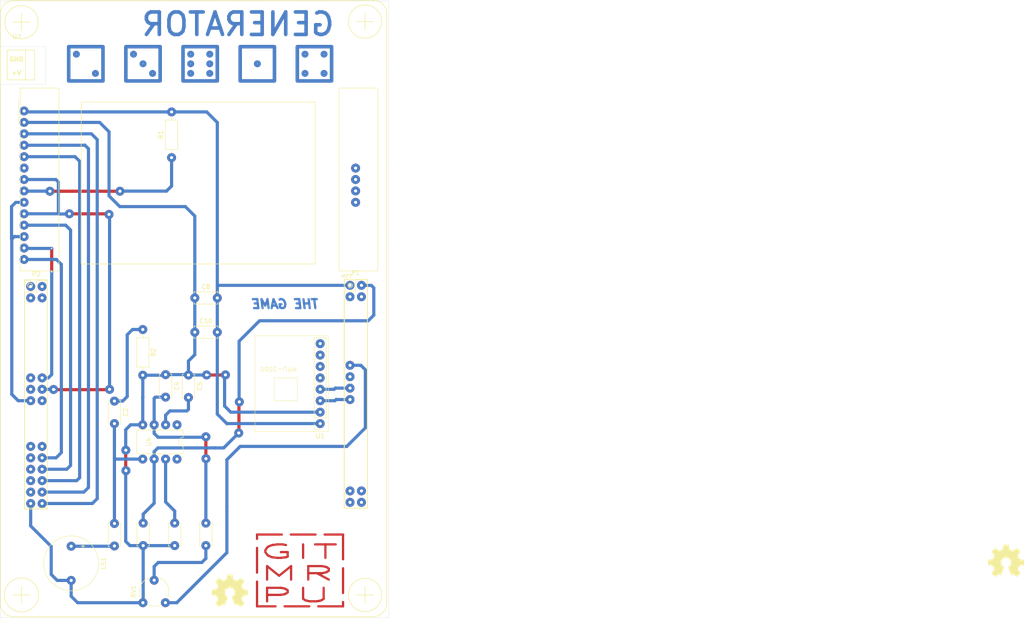
<source format=kicad_pcb>
(kicad_pcb (version 20240108) (generator "pcbnew") (generator_version "8.0")
  (title_block (title "GENERATOR PCB") (date "31/10/2024") (rev "1.0"))
  (layers (0 "F.Cu" signal) (31 "B.Cu" signal) (34 "B.Paste" user) (35 "F.Paste" user) (36 "B.SilkS" user "B.Silkscreen") (37 "F.SilkS" user "F.Silkscreen") (38 "B.Mask" user) (39 "F.Mask" user) (44 "Edge.Cuts" user))
  (net 0 "")
  (net 1 "Net-(C1-Pad1)")
  (net 2 "Net-(C1-Pad2)")
  (net 3 "Net-(C2-Pad1)")
  (net 4 "Net-(U4-+)")
  (net 5 "Net-(C3-Pad1)")
  (net 6 "GND")
  (net 7 "Net-(U4--)")
  (net 8 "+5V")
  (net 9 "Net-(U4-BYPASS)")
  (net 11 "I2C_SCL")
  (net 13 "DAC")
  (net 14 "I2C_SDA")
  (net 23 "GPIO_7")
  (net 24 "GPIO_5")
  (net 26 "GPIO_3")
  (net 27 "SPI_MOSI")
  (net 28 "SPI_MISO")
  (net 30 "GPIO_1")
  (net 33 "SPI_SCK")
  (net 38 "+3.3V")
  (net 39 "Net-(U2-LED)")
  (net 51 "GPIO_8")
  (footprint "" (layer "F.Cu") (at 64.402013 75.328764)
    (property "Reference" "" (at 0 0 0) (layer "F.SilkS") (effects (font (size 1.27 1.27))))
    (property "Value" "")
    (pad "" thru_hole circle (at 0 0 90) (size 2 2) (drill 0.7) (layers "*.Cu" "*.Mask"))
  )
  (footprint "Potentiometer_THT:Potentiometer_Piher_PT-6-V_Vertical" (layer "F.Cu") (at 90.070452 166.835073 90)
    (property "Reference" "RV1" (at 2.5 -7.06 90) (layer "F.SilkS"))
    (property "Value" "10k")
    (pad "1" thru_hole circle (at 0 0 90) (size 2 2) (drill 0.7) (layers "*.Cu" "*.Mask") (net 13 "DAC"))
    (pad "2" thru_hole circle (at 5 -2.5 90) (size 2 2) (drill 0.7) (layers "*.Cu" "*.Mask") (net 5 "Net-(C3-Pad1)"))
    (pad "3" thru_hole circle (at 0 -5 90) (size 2 2) (drill 0.7) (layers "*.Cu" "*.Mask") (net 6 "GND"))
  )
  (footprint "Capacitor_THT:C_Disc_D5.0mm_W2.5mm_P5.00mm" (layer "F.Cu") (at 85.130452 154.135073 90)
    (property "Reference" "C6" (hide yes))
    (property "Value" "100 nF")
    (pad "1" thru_hole circle (at 0 0 90) (size 2 2) (drill 0.7) (layers "*.Cu" "*.Mask") (net 6 "GND"))
    (pad "2" thru_hole circle (at 5 0 90) (size 2 2) (drill 0.7) (layers "*.Cu" "*.Mask") (net 8 "+5V"))
  )
  (footprint "Buzzer_Beeper:Buzzer_12x9.5RM7.6" (layer "F.Cu") (at 69.130452 154.275073 -90)
    (property "Reference" "LS1" (at 3.8 -7.2 90) (layer "F.SilkS"))
    (property "Value" "Speaker")
    (fp_text user "+" (at -0.01 -2.54 90) (layer "F.SilkS"))
    (pad "1" thru_hole circle (at 0 0 270) (size 2 2) (drill 0.7) (layers "*.Cu" "*.Mask") (net 2 "Net-(C1-Pad2)"))
    (pad "2" thru_hole circle (at 7.6 0 270) (size 2 2) (drill 0.7) (layers "*.Cu" "*.Mask") (net 6 "GND"))
  )
  (footprint "Capacitor_THT:C_Disc_D5.0mm_W2.5mm_P5.00mm" (layer "F.Cu") (at 99.06 154.135073 90)
    (property "Reference" "C3" (hide yes))
    (property "Value" "150nF")
    (pad "1" thru_hole circle (at 0 0 90) (size 2 2) (drill 0.7) (layers "*.Cu" "*.Mask") (net 5 "Net-(C3-Pad1)"))
    (pad "2" thru_hole circle (at 5 0 90) (size 2 2) (drill 0.7) (layers "*.Cu" "*.Mask") (net 4 "Net-(U4-+)"))
  )
  (footprint "" (layer "F.Cu") (at 79.966521 75.328764)
    (property "Reference" "" (at 0 0 0) (layer "F.SilkS") (effects (font (size 1.27 1.27))))
    (property "Value" "")
    (pad "" thru_hole circle (at 0 0 90) (size 2 2) (drill 0.7) (layers "*.Cu" "*.Mask"))
  )
  (footprint "Capacitor_THT:C_Disc_D5.0mm_W2.5mm_P5.00mm" (layer "F.Cu") (at 96.6 99.06)
    (property "Reference" "C8" (at 2.5 -2.5 360) (layer "F.SilkS"))
    (property "Value" "100 nF")
    (pad "1" thru_hole circle (at 0 0) (size 2 2) (drill 0.7) (layers "*.Cu" "*.Mask") (net 6 "GND"))
    (pad "2" thru_hole circle (at 5 0) (size 2 2) (drill 0.7) (layers "*.Cu" "*.Mask") (net 38 "+3.3V"))
  )
  (footprint "Capacitor_THT:C_Disc_D5.0mm_W2.5mm_P5.00mm" (layer "F.Cu") (at 96.6 106.68)
    (property "Reference" "C10" (at 2.5 -2.5 360) (layer "F.SilkS"))
    (property "Value" "100 nF")
    (pad "1" thru_hole circle (at 0 0) (size 2 2) (drill 0.7) (layers "*.Cu" "*.Mask") (net 6 "GND"))
    (pad "2" thru_hole circle (at 5 0) (size 2 2) (drill 0.7) (layers "*.Cu" "*.Mask") (net 38 "+3.3V"))
  )
  (footprint "Capacitor_THT:C_Disc_D5.0mm_W2.5mm_P5.00mm" (layer "F.Cu") (at 90.110452 116.115073 -90)
    (property "Reference" "C4" (at 2.5 -2.5 90) (layer "F.SilkS"))
    (property "Value" "150 pF")
    (pad "1" thru_hole circle (at 0 0 270) (size 2 2) (drill 0.7) (layers "*.Cu" "*.Mask") (net 6 "GND"))
    (pad "2" thru_hole circle (at 5 0 270) (size 2 2) (drill 0.7) (layers "*.Cu" "*.Mask") (net 4 "Net-(U4-+)"))
  )
  (footprint "Puncho_Esqueleto:Logo_OSHWA" (layer "F.Cu") (at 104.387896 164.152944)
    (property "Reference" "G101" (hide yes))
    (property "Value" "Logo_OSHWA" (hide yes))
  )
  (footprint "ILI_libreria_personalizada:ILI_footprint" (layer "F.Cu") (at 53.590452 52.405073)
    (property "Reference" "U2" (at 3.47 -11.45 0) (layer "F.SilkS"))
    (property "Value" "CR2013-MI2120")
    (pad "1" thru_hole circle (at 5.08 5.08) (size 2 2) (drill 0.7) (layers "*.Cu" "*.Mask") (net 38 "+3.3V"))
    (pad "2" thru_hole circle (at 5.08 38.1) (size 2 2) (drill 0.7) (layers "*.Cu" "*.Mask") (net 30 "GPIO_1"))
    (pad "3" thru_hole circle (at 5.08 35.56) (size 2 2) (drill 0.7) (layers "*.Cu" "*.Mask") (net 28 "SPI_MISO"))
    (pad "4" thru_hole circle (at 5.08 33.02) (size 2 2) (drill 0.7) (layers "*.Cu" "*.Mask") (net 27 "SPI_MOSI"))
    (pad "5" thru_hole circle (at 5.08 30.48) (size 2 2) (drill 0.7) (layers "*.Cu" "*.Mask") (net 26 "GPIO_3"))
    (pad "6" thru_hole circle (at 5.08 27.94) (size 2 2) (drill 0.7) (layers "*.Cu" "*.Mask") (net 33 "SPI_SCK"))
    (pad "7" thru_hole circle (at 5.08 25.4) (size 2 2) (drill 0.7) (layers "*.Cu" "*.Mask") (net 27 "SPI_MOSI"))
    (pad "8" thru_hole circle (at 5.08 22.86) (size 2 2) (drill 0.7) (layers "*.Cu" "*.Mask") (net 39 "Net-(U2-LED)"))
    (pad "9" thru_hole circle (at 5.08 20.32) (size 2 2) (drill 0.7) (layers "*.Cu" "*.Mask") (net 33 "SPI_SCK"))
    (pad "10" thru_hole circle (at 5.08 17.78) (size 2 2) (drill 0.7) (layers "*.Cu" "*.Mask"))
    (pad "11" thru_hole circle (at 5.08 15.24) (size 2 2) (drill 0.7) (layers "*.Cu" "*.Mask") (net 24 "GPIO_5"))
    (pad "12" thru_hole circle (at 5.08 12.7) (size 2 2) (drill 0.7) (layers "*.Cu" "*.Mask") (net 23 "GPIO_7"))
    (pad "13" thru_hole circle (at 5.08 10.16) (size 2 2) (drill 0.7) (layers "*.Cu" "*.Mask") (net 51 "GPIO_8"))
    (pad "14" thru_hole circle (at 78.74 17.78) (size 2 2) (drill 0.7) (layers "*.Cu" "*.Mask"))
    (pad "15" thru_hole circle (at 78.74 20.32) (size 2 2) (drill 0.7) (layers "*.Cu" "*.Mask"))
    (pad "16" thru_hole circle (at 78.74 22.86) (size 2 2) (drill 0.7) (layers "*.Cu" "*.Mask"))
    (pad "17" thru_hole circle (at 78.74 25.4) (size 2 2) (drill 0.7) (layers "*.Cu" "*.Mask"))
    (pad "18" thru_hole circle (at 5.08 7.62) (size 2 2) (drill 0.7) (layers "*.Cu" "*.Mask") (net 6 "GND"))
  )
  (footprint "" (layer "F.Cu") (at 68.734645 80.344256)
    (property "Reference" "" (at 0 0 0) (layer "F.SilkS") (effects (font (size 1.27 1.27))))
    (property "Value" "")
    (pad "" thru_hole circle (at 0 0 90) (size 2 2) (drill 0.7) (layers "*.Cu" "*.Mask"))
  )
  (footprint "Capacitor_THT:C_Disc_D5.0mm_W2.5mm_P5.00mm" (layer "F.Cu") (at 92.130452 154.135073 90)
    (property "Reference" "C7" (hide yes))
    (property "Value" "10 μF")
    (pad "1" thru_hole circle (at 0 0 90) (size 2 2) (drill 0.7) (layers "*.Cu" "*.Mask") (net 6 "GND"))
    (pad "2" thru_hole circle (at 5 0 90) (size 2 2) (drill 0.7) (layers "*.Cu" "*.Mask") (net 9 "Net-(U4-BYPASS)"))
  )
  (footprint "" (layer "F.Cu") (at 99.075697 134.805308)
    (property "Reference" "" (at 0 0 0) (layer "F.SilkS") (effects (font (size 1.27 1.27))))
    (property "Value" "")
    (pad "" thru_hole circle (at 0 0 90) (size 2 2) (drill 0.7) (layers "*.Cu" "*.Mask"))
  )
  (footprint "Package_DIP:DIP-8_W7.62mm" (layer "F.Cu") (at 92.650452 127.275073 -90)
    (property "Reference" "U4" (at 3.81 6.290452 90) (layer "F.SilkS"))
    (property "Value" "LM386")
    (pad "1" thru_hole circle (at 0 0 270) (size 2 2) (drill 0.7) (layers "*.Cu" "*.Mask"))
    (pad "2" thru_hole circle (at 0 2.54 270) (size 2 2) (drill 0.7) (layers "*.Cu" "*.Mask") (net 7 "Net-(U4--)"))
    (pad "3" thru_hole circle (at 0 5.08 270) (size 2 2) (drill 0.7) (layers "*.Cu" "*.Mask") (net 4 "Net-(U4-+)"))
    (pad "4" thru_hole circle (at 0 7.62 270) (size 2 2) (drill 0.7) (layers "*.Cu" "*.Mask") (net 6 "GND"))
    (pad "5" thru_hole circle (at 7.62 7.62 270) (size 2 2) (drill 0.7) (layers "*.Cu" "*.Mask") (net 1 "Net-(C1-Pad1)"))
    (pad "6" thru_hole circle (at 7.62 5.08 270) (size 2 2) (drill 0.7) (layers "*.Cu" "*.Mask") (net 8 "+5V"))
    (pad "7" thru_hole circle (at 7.62 2.54 270) (size 2 2) (drill 0.7) (layers "*.Cu" "*.Mask") (net 9 "Net-(U4-BYPASS)"))
    (pad "8" thru_hole circle (at 7.62 0 270) (size 2 2) (drill 0.7) (layers "*.Cu" "*.Mask"))
  )
  (footprint "" (layer "F.Cu") (at 99.059999 129.938947)
    (property "Reference" "" (at 0 0 0) (layer "F.SilkS") (effects (font (size 1.27 1.27))))
    (property "Value" "")
    (pad "" thru_hole circle (at 0 0 90) (size 2 2) (drill 0.7) (layers "*.Cu" "*.Mask"))
  )
  (footprint "" (layer "F.Cu") (at 106.359908 129.086503)
    (property "Reference" "" (at 0 0 0) (layer "F.SilkS") (effects (font (size 1.27 1.27))))
    (property "Value" "")
    (pad "" thru_hole circle (at 0 0 90) (size 2 2) (drill 0.7) (layers "*.Cu" "*.Mask"))
  )
  (footprint "Puncho_Esqueleto:Logo_OSHWA" (layer "F.Cu") (at 276.86 157.48)
    (property "Reference" "G101" (hide yes))
    (property "Value" "Logo_OSHWA" (hide yes))
  )
  (footprint "Capacitor_THT:C_Disc_D5.0mm_W2.5mm_P5.00mm" (layer "F.Cu") (at 95.190452 116.195073 -90)
    (property "Reference" "C5" (at 2.5 -2.5 90) (layer "F.SilkS"))
    (property "Value" "150 nF")
    (pad "1" thru_hole circle (at 0 0 270) (size 2 2) (drill 0.7) (layers "*.Cu" "*.Mask") (net 6 "GND"))
    (pad "2" thru_hole circle (at 5 0 270) (size 2 2) (drill 0.7) (layers "*.Cu" "*.Mask") (net 7 "Net-(U4--)"))
  )
  (footprint "Capacitor_THT:C_Disc_D5.0mm_W2.5mm_P5.00mm" (layer "F.Cu") (at 78.74 149.215073 -90)
    (property "Reference" "C1" (hide yes))
    (property "Value" "47 μF")
    (pad "1" thru_hole circle (at 0 0 270) (size 2 2) (drill 0.7) (layers "*.Cu" "*.Mask") (net 1 "Net-(C1-Pad1)"))
    (pad "2" thru_hole circle (at 5 0 270) (size 2 2) (drill 0.7) (layers "*.Cu" "*.Mask") (net 2 "Net-(C1-Pad2)"))
  )
  (footprint "ILI_libreria_personalizada:MPU-3050" (layer "F.Cu") (at 124.46 127 180)
    (property "Reference" "U1" (at 0 -2.77 360) (layer "F.SilkS"))
    (property "Value" "MPU-6050")
    (fp_text user "MPU-3050" (at 5.08 12.7 180) (layer "F.SilkS") (effects (font (thickness 0.1)) (justify left bottom)))
    (pad "1" thru_hole circle (at 0 0 180) (size 2 2) (drill 0.7) (layers "*.Cu" "*.Mask") (net 38 "+3.3V"))
    (pad "2" thru_hole circle (at 0 2.54 180) (size 2 2) (drill 0.7) (layers "*.Cu" "*.Mask") (net 6 "GND"))
    (pad "3" thru_hole circle (at 0 5.08 180) (size 2 2) (drill 0.7) (layers "*.Cu" "*.Mask") (net 11 "I2C_SCL"))
    (pad "4" thru_hole circle (at 0 7.62 180) (size 2 2) (drill 0.7) (layers "*.Cu" "*.Mask") (net 14 "I2C_SDA"))
    (pad "5" thru_hole circle (at 0 10.16 180) (size 2 2) (drill 0.7) (layers "*.Cu" "*.Mask"))
    (pad "6" thru_hole circle (at 0 12.7 180) (size 2 2) (drill 0.7) (layers "*.Cu" "*.Mask"))
    (pad "7" thru_hole circle (at 0 15.24 180) (size 2 2) (drill 0.7) (layers "*.Cu" "*.Mask"))
    (pad "8" thru_hole circle (at 0 17.78 180) (size 2 2) (drill 0.7) (layers "*.Cu" "*.Mask"))
  )
  (footprint "" (layer "F.Cu") (at 106.491624 122.171167)
    (property "Reference" "" (at 0 0 0) (layer "F.SilkS") (effects (font (size 1.27 1.27))))
    (property "Value" "")
    (pad "" thru_hole circle (at 0 0 90) (size 2 2) (drill 0.7) (layers "*.Cu" "*.Mask"))
  )
  (footprint "Capacitor_THT:C_Disc_D5.0mm_W2.5mm_P5.00mm" (layer "F.Cu") (at 78.74 122 -90)
    (property "Reference" "C2" (at 2.5 -2.5 90) (layer "F.SilkS"))
    (property "Value" "47 nF")
    (pad "1" thru_hole circle (at 0 0 270) (size 2 2) (drill 0.7) (layers "*.Cu" "*.Mask") (net 3 "Net-(C2-Pad1)"))
    (pad "2" thru_hole circle (at 5 0 270) (size 2 2) (drill 0.7) (layers "*.Cu" "*.Mask") (net 1 "Net-(C1-Pad1)"))
  )
  (footprint "" (layer "F.Cu") (at 99.221311 116.180686)
    (property "Reference" "" (at 0 0 0) (layer "F.SilkS") (effects (font (size 1.27 1.27))))
    (property "Value" "")
    (pad "" thru_hole circle (at 0 0 90) (size 2 2) (drill 0.7) (layers "*.Cu" "*.Mask"))
  )
  (footprint "Connector_PinSocket_2.54mm:PinSocket_2x20_P2.54mm_Vertical" (layer "F.Cu") (at 62.670452 96.515073)
    (property "Reference" "P2" (at -1.27 -2.77 0) (layer "F.SilkS"))
    (property "Value" "CONN_20X2" (hide yes))
    (pad "1" thru_hole circle (at -2.54 0) (size 2 2) (drill 0.7) (layers "*.Cu" "*.Mask"))
    (pad "2" thru_hole circle (at 0 0) (size 2 2) (drill 0.7) (layers "*.Cu" "*.Mask"))
    (pad "3" thru_hole circle (at -2.54 2.54) (size 2 2) (drill 0.7) (layers "*.Cu" "*.Mask"))
    (pad "4" thru_hole circle (at 0 2.54) (size 2 2) (drill 0.7) (layers "*.Cu" "*.Mask"))
    (pad "17" thru_hole circle (at -2.54 20.32) (size 2 2) (drill 0.7) (layers "*.Cu" "*.Mask"))
    (pad "18" thru_hole circle (at 0 20.32) (size 2 2) (drill 0.7) (layers "*.Cu" "*.Mask") (net 28 "SPI_MISO"))
    (pad "19" thru_hole circle (at -2.54 22.86) (size 2 2) (drill 0.7) (layers "*.Cu" "*.Mask"))
    (pad "20" thru_hole circle (at 0 22.86) (size 2 2) (drill 0.7) (layers "*.Cu" "*.Mask") (net 33 "SPI_SCK"))
    (pad "21" thru_hole circle (at -2.54 25.4) (size 2 2) (drill 0.7) (layers "*.Cu" "*.Mask") (net 27 "SPI_MOSI"))
    (pad "22" thru_hole circle (at 0 25.4) (size 2 2) (drill 0.7) (layers "*.Cu" "*.Mask"))
    (pad "29" thru_hole circle (at -2.54 35.56) (size 2 2) (drill 0.7) (layers "*.Cu" "*.Mask"))
    (pad "30" thru_hole circle (at 0 35.56) (size 2 2) (drill 0.7) (layers "*.Cu" "*.Mask"))
    (pad "31" thru_hole circle (at -2.54 38.1) (size 2 2) (drill 0.7) (layers "*.Cu" "*.Mask"))
    (pad "32" thru_hole circle (at 0 38.1) (size 2 2) (drill 0.7) (layers "*.Cu" "*.Mask") (net 30 "GPIO_1"))
    (pad "33" thru_hole circle (at -2.54 40.64) (size 2 2) (drill 0.7) (layers "*.Cu" "*.Mask"))
    (pad "34" thru_hole circle (at 0 40.64) (size 2 2) (drill 0.7) (layers "*.Cu" "*.Mask") (net 26 "GPIO_3"))
    (pad "35" thru_hole circle (at -2.54 43.18) (size 2 2) (drill 0.7) (layers "*.Cu" "*.Mask"))
    (pad "36" thru_hole circle (at 0 43.18) (size 2 2) (drill 0.7) (layers "*.Cu" "*.Mask") (net 24 "GPIO_5"))
    (pad "37" thru_hole circle (at -2.54 45.72) (size 2 2) (drill 0.7) (layers "*.Cu" "*.Mask"))
    (pad "38" thru_hole circle (at 0 45.72) (size 2 2) (drill 0.7) (layers "*.Cu" "*.Mask") (net 23 "GPIO_7"))
    (pad "39" thru_hole circle (at -2.54 48.26) (size 2 2) (drill 0.7) (layers "*.Cu" "*.Mask") (net 6 "GND"))
    (pad "40" thru_hole circle (at 0 48.26) (size 2 2) (drill 0.7) (layers "*.Cu" "*.Mask") (net 51 "GPIO_8"))
  )
  (footprint "" (layer "F.Cu") (at 77.659908 119.398764)
    (property "Reference" "" (at 0 0 0) (layer "F.SilkS") (effects (font (size 1.27 1.27))))
    (property "Value" "")
    (pad "" thru_hole circle (at 0 0 90) (size 2 2) (drill 0.7) (layers "*.Cu" "*.Mask"))
  )
  (footprint "" (layer "F.Cu") (at 65.211441 119.414462)
    (property "Reference" "" (at 0 0 0) (layer "F.SilkS") (effects (font (size 1.27 1.27))))
    (property "Value" "")
    (pad "" thru_hole circle (at 0 0 90) (size 2 2) (drill 0.7) (layers "*.Cu" "*.Mask"))
  )
  (footprint "" (layer "F.Cu") (at 103.407429 116.170221)
    (property "Reference" "" (at 0 0 0) (layer "F.SilkS") (effects (font (size 1.27 1.27))))
    (property "Value" "")
    (pad "" thru_hole circle (at 0 0 90) (size 2 2) (drill 0.7) (layers "*.Cu" "*.Mask"))
  )
  (footprint "Resistor_THT:R_Axial_DIN0207_L6.3mm_D2.5mm_P10.16mm_Horizontal" (layer "F.Cu") (at 85.042717 106.081882 -90)
    (property "Reference" "R2" (at 5.08 -2.37 90) (layer "F.SilkS"))
    (property "Value" "10")
    (pad "1" thru_hole circle (at 0 0 270) (size 2 2) (drill 0.7) (layers "*.Cu" "*.Mask") (net 3 "Net-(C2-Pad1)"))
    (pad "2" thru_hole circle (at 10.16 0 270) (size 2 2) (drill 0.7) (layers "*.Cu" "*.Mask") (net 6 "GND"))
  )
  (footprint "" (layer "F.Cu") (at 81.269534 132.917223)
    (property "Reference" "" (at 0 0 0) (layer "F.SilkS") (effects (font (size 1.27 1.27))))
    (property "Value" "")
    (pad "" thru_hole circle (at 0 0 90) (size 2 2) (drill 0.7) (layers "*.Cu" "*.Mask"))
  )
  (footprint "Connector_PinSocket_2.54mm:PinSocket_2x20_P2.54mm_Vertical" (layer "F.Cu") (at 133.630452 96.255073)
    (property "Reference" "P1" (at -1.27 -2.77 0) (layer "F.SilkS"))
    (property "Value" "CONN_20X2" (hide yes))
    (pad "1" thru_hole circle (at -2.54 0) (size 2 2) (drill 0.7) (layers "*.Cu" "*.Mask") (net 38 "+3.3V"))
    (pad "2" thru_hole circle (at 0 0) (size 2 2) (drill 0.7) (layers "*.Cu" "*.Mask") (net 8 "+5V"))
    (pad "3" thru_hole circle (at -2.54 2.54) (size 2 2) (drill 0.7) (layers "*.Cu" "*.Mask"))
    (pad "4" thru_hole circle (at 0 2.54) (size 2 2) (drill 0.7) (layers "*.Cu" "*.Mask"))
    (pad "15" thru_hole circle (at -2.54 17.78) (size 2 2) (drill 0.7) (layers "*.Cu" "*.Mask") (net 13 "DAC"))
    (pad "17" thru_hole circle (at -2.54 20.32) (size 2 2) (drill 0.7) (layers "*.Cu" "*.Mask"))
    (pad "19" thru_hole circle (at -2.54 22.86) (size 2 2) (drill 0.7) (layers "*.Cu" "*.Mask") (net 14 "I2C_SDA"))
    (pad "21" thru_hole circle (at -2.54 25.4) (size 2 2) (drill 0.7) (layers "*.Cu" "*.Mask") (net 11 "I2C_SCL"))
    (pad "37" thru_hole circle (at -2.54 45.72) (size 2 2) (drill 0.7) (layers "*.Cu" "*.Mask"))
    (pad "38" thru_hole circle (at 0 45.72) (size 2 2) (drill 0.7) (layers "*.Cu" "*.Mask"))
    (pad "39" thru_hole circle (at -2.54 48.26) (size 2 2) (drill 0.7) (layers "*.Cu" "*.Mask"))
    (pad "40" thru_hole circle (at 0 48.26) (size 2 2) (drill 0.7) (layers "*.Cu" "*.Mask"))
  )
  (footprint "" (layer "F.Cu") (at 81.30093 137.469626)
    (property "Reference" "" (at 0 0 0) (layer "F.SilkS") (effects (font (size 1.27 1.27))))
    (property "Value" "")
    (pad "" thru_hole circle (at 0 0 90) (size 2 2) (drill 0.7) (layers "*.Cu" "*.Mask"))
  )
  (footprint "Resistor_THT:R_Axial_DIN0207_L6.3mm_D2.5mm_P10.16mm_Horizontal" (layer "F.Cu") (at 91.44 67.855073 90)
    (property "Reference" "R1" (at 5.08 -2.37 90) (layer "F.SilkS"))
    (property "Value" "33")
    (pad "1" thru_hole circle (at 0 0 90) (size 2 2) (drill 0.7) (layers "*.Cu" "*.Mask") (net 39 "Net-(U2-LED)"))
    (pad "2" thru_hole circle (at 10.16 0 90) (size 2 2) (drill 0.7) (layers "*.Cu" "*.Mask") (net 38 "+3.3V"))
  )
  (footprint "" (layer "F.Cu") (at 77.541189 80.485537)
    (property "Reference" "" (at 0 0 0) (layer "F.SilkS") (effects (font (size 1.27 1.27))))
    (property "Value" "")
    (pad "" thru_hole circle (at 0 0 90) (size 2 2) (drill 0.7) (layers "*.Cu" "*.Mask"))
  )
  (footprint "Puncho_Esqueleto:Plantilla_EDU-CIAA" (layer "F.Cu") (at 131.130452 96.275073)
    (property "Reference" "MP?" (at -0.762 -2.032 0) (layer "F.SilkS") (effects (font (size 0.8 0.8) (thickness 0.12))))
    (property "Value" "Plantilla_EDU-CIAA" (hide yes))
    (fp_text user "GND" (at -74.168 -50.292 0) (layer "F.SilkS") (effects (font (thickness 0.2))))
    (fp_text user "+V" (at -74.168 -47.244 0) (layer "F.SilkS") (effects (font (thickness 0.2))))
  )
  (gr_rect (start 110.430452 151.675073) (end 129.54 167.64) (stroke (width 0.5) (type dash)) (fill none) (layer "F.Cu"))
  (gr_rect (start 119.38 43.18) (end 127 50.8) (stroke (width 0.8)) (fill none) (layer "B.Cu"))
  (gr_circle (center 121.087155 49.126882) (end 121.51548 49.126882) (stroke (width 0.7)) (fill none) (layer "B.Cu"))
  (gr_circle (center 95.687155 46.99) (end 96.11548 46.99) (stroke (width 0.7)) (fill none) (layer "B.Cu"))
  (gr_circle (center 110.502882 46.99) (end 110.931207 46.99) (stroke (width 0.7)) (fill none) (layer "B.Cu"))
  (gr_rect (start 68.58 43.18) (end 76.2 50.8) (stroke (width 0.8)) (fill none) (layer "B.Cu"))
  (gr_rect (start 106.68 43.18) (end 114.3 50.8) (stroke (width 0.8)) (fill none) (layer "B.Cu"))
  (gr_circle (center 121.087155 44.853118) (end 121.51548 44.853118) (stroke (width 0.7)) (fill none) (layer "B.Cu"))
  (gr_rect (start 81.28 43.18) (end 88.9 50.8) (stroke (width 0.8)) (fill none) (layer "B.Cu"))
  (gr_circle (center 95.687155 49.126882) (end 96.11548 49.126882) (stroke (width 0.7)) (fill none) (layer "B.Cu"))
  (gr_circle (center 99.918609 44.853118) (end 100.346934 44.853118) (stroke (width 0.7)) (fill none) (layer "B.Cu"))
  (gr_rect (start 93.98 43.18) (end 101.6 50.8) (stroke (width 0.8)) (fill none) (layer "B.Cu"))
  (gr_circle (center 99.918609 46.99) (end 100.346934 46.99) (stroke (width 0.7)) (fill none) (layer "B.Cu"))
  (gr_circle (center 99.918609 49.126882) (end 100.346934 49.126882) (stroke (width 0.7)) (fill none) (layer "B.Cu"))
  (gr_circle (center 87.218609 49.126882) (end 87.646934 49.126882) (stroke (width 0.7)) (fill none) (layer "B.Cu"))
  (gr_circle (center 82.987155 44.853118) (end 83.41548 44.853118) (stroke (width 0.7)) (fill none) (layer "B.Cu"))
  (gr_circle (center 70.287155 44.853118) (end 70.71548 44.853118) (stroke (width 0.7)) (fill none) (layer "B.Cu"))
  (gr_circle (center 95.687155 44.853118) (end 96.11548 44.853118) (stroke (width 0.7)) (fill none) (layer "B.Cu"))
  (gr_circle (center 74.518609 49.126882) (end 74.946934 49.126882) (stroke (width 0.7)) (fill none) (layer "B.Cu"))
  (gr_circle (center 125.318609 44.853118) (end 125.746934 44.853118) (stroke (width 0.7)) (fill none) (layer "B.Cu"))
  (gr_circle (center 125.318609 49.126882) (end 125.746934 49.126882) (stroke (width 0.7)) (fill none) (layer "B.Cu"))
  (gr_circle (center 85.102882 46.99) (end 85.531207 46.99) (stroke (width 0.7)) (fill none) (layer "B.Cu"))
  (gr_line (start 53.355219 51.53257) (end 53.34 170.18) (stroke (width 0.05)) (layer "Edge.Cuts"))
  (gr_line (start 53.34 170.18) (end 139.7 170.18) (stroke (width 0.05)) (layer "Edge.Cuts"))
  (gr_line (start 53.34 33.02) (end 53.34 43.18) (stroke (width 0.05)) (layer "Edge.Cuts"))
  (gr_line (start 139.7 170.18) (end 139.7 33.02) (stroke (width 0.05)) (layer "Edge.Cuts"))
  (gr_line (start 63.5 43.18) (end 63.498109 51.527669) (stroke (width 0.05)) (layer "Edge.Cuts"))
  (gr_line (start 139.7 33.02) (end 53.34 33.02) (stroke (width 0.05)) (layer "Edge.Cuts"))
  (gr_line (start 53.34 43.18) (end 63.5 43.18) (stroke (width 0.05)) (layer "Edge.Cuts"))
  (gr_line (start 63.498109 51.527669) (end 53.355219 51.53257) (stroke (width 0.05)) (layer "Edge.Cuts"))
  (gr_text "GIT\nMR\nPU" (at 110.430452 166.915073 0) (layer "F.Cu") (effects (font (size 3 8) (thickness 0.5) (bold yes)) (justify left bottom)))
  (gr_text "GENERATOR" (at 128.045386 41.113758 0) (layer "B.Cu") (effects (font (size 5 5) (thickness 0.8) (bold yes)) (justify left bottom mirror)))
  (gr_text "THE GAME" (at 124.46 101.6 0) (layer "B.Cu") (effects (font (size 2 2) (thickness 0.5) (bold yes) (italic yes)) (justify left bottom mirror)))
  (segment (start 85.030452 134.895073) (end 79.015073 134.895073) (width 0.7) (layer "B.Cu") (net 1))
  (segment (start 78.74 127) (end 78.74 134.62) (width 0.7) (layer "B.Cu") (net 1))
  (segment (start 78.74 134.62) (end 78.74 149.215073) (width 0.7) (layer "B.Cu") (net 1))
  (segment (start 79.015073 134.895073) (end 78.74 134.62) (width 0.7) (layer "B.Cu") (net 1))
  (segment (start 69.130452 154.275073) (end 78.68 154.275073) (width 0.7) (layer "B.Cu") (net 2))
  (segment (start 78.68 154.275073) (end 78.74 154.215073) (width 0.7) (layer "B.Cu") (net 2))
  (segment (start 81.584027 107.248192) (end 82.750337 106.081882) (width 0.7) (layer "B.Cu") (net 3))
  (segment (start 82.750337 106.081882) (end 85.042717 106.081882) (width 0.7) (layer "B.Cu") (net 3))
  (segment (start 80.571841 122) (end 81.584027 120.987814) (width 0.7) (layer "B.Cu") (net 3))
  (segment (start 81.584027 120.987814) (end 81.584027 107.248192) (width 0.7) (layer "B.Cu") (net 3))
  (segment (start 78.74 122) (end 80.571841 122) (width 0.7) (layer "B.Cu") (net 3))
  (segment (start 99.06 130.171344) (end 98.928368 130.039712) (width 0.7) (layer "F.Cu") (net 4))
  (segment (start 99.06 134.62) (end 99.06 130.171344) (width 0.7) (layer "F.Cu") (net 4))
  (via (at 99.06 134.62) (size 0.6) (drill 0.3) (layers "F.Cu" "B.Cu") (net 4))
  (via (at 98.928368 130.039712) (size 0.6) (drill 0.3) (layers "F.Cu" "B.Cu") (net 4))
  (segment (start 88.430757 130.039712) (end 98.928368 130.039712) (width 0.7) (layer "B.Cu") (net 4))
  (segment (start 87.570452 127.275073) (end 87.570452 129.179407) (width 0.7) (layer "B.Cu") (net 4))
  (segment (start 87.570452 121.39208) (end 87.847459 121.115073) (width 0.7) (layer "B.Cu") (net 4))
  (segment (start 87.847459 121.115073) (end 90.110452 121.115073) (width 0.7) (layer "B.Cu") (net 4))
  (segment (start 99.06 149.135073) (end 99.06 134.62) (width 0.7) (layer "B.Cu") (net 4))
  (segment (start 87.640968 129.249923) (end 88.430757 130.039712) (width 0.7) (layer "B.Cu") (net 4))
  (segment (start 87.570452 129.179407) (end 87.640968 129.249923) (width 0.7) (layer "B.Cu") (net 4))
  (segment (start 87.570452 127.275073) (end 87.570452 121.39208) (width 0.7) (layer "B.Cu") (net 4))
  (segment (start 99.06 156.989428) (end 99.062437 156.991865) (width 0.7) (layer "B.Cu") (net 5))
  (segment (start 88.472197 157.888303) (end 87.570452 158.790048) (width 0.7) (layer "B.Cu") (net 5))
  (segment (start 87.570452 158.790048) (end 87.570452 161.835073) (width 0.7) (layer "B.Cu") (net 5))
  (segment (start 99.062437 156.991865) (end 98.165999 157.888303) (width 0.7) (layer "B.Cu") (net 5))
  (segment (start 98.165999 157.888303) (end 88.472197 157.888303) (width 0.7) (layer "B.Cu") (net 5))
  (segment (start 99.06 154.135073) (end 99.06 156.989428) (width 0.7) (layer "B.Cu") (net 5))
  (segment (start 81.248919 137.151467) (end 81.248919 133.005075) (width 0.7) (layer "F.Cu") (net 6))
  (segment (start 103.206378 116.195073) (end 103.218604 116.207299) (width 0.7) (layer "F.Cu") (net 6))
  (segment (start 99.660292 116.195073) (end 103.206378 116.195073) (width 0.7) (layer "F.Cu") (net 6))
  (via (at 103.218604 116.207299) (size 0.6) (drill 0.3) (layers "F.Cu" "B.Cu") (net 6))
  (via (at 99.660292 116.195073) (size 0.6) (drill 0.3) (layers "F.Cu" "B.Cu") (net 6))
  (via (at 81.248919 137.151467) (size 0.6) (drill 0.3) (layers "F.Cu" "B.Cu") (net 6))
  (via (at 81.248919 133.005075) (size 0.6) (drill 0.3) (layers "F.Cu" "B.Cu") (net 6))
  (segment (start 69.130452 161.875073) (end 69.130452 165.399381) (width 0.7) (layer "B.Cu") (net 6))
  (segment (start 85.130452 154.135073) (end 85.130452 166.775073) (width 0.7) (layer "B.Cu") (net 6))
  (segment (start 85.030452 121.195073) (end 85.042717 121.182808) (width 0.7) (layer "B.Cu") (net 6))
  (segment (start 60.130452 149.758086) (end 60.130452 144.775073) (width 0.7) (layer "B.Cu") (net 6))
  (segment (start 75.457744 60.025073) (end 77.542911 62.11024) (width 0.7) (layer "B.Cu") (net 6))
  (segment (start 95.190452 113.089548) (end 95.190452 116.195073) (width 0.7) (layer "B.Cu") (net 6))
  (segment (start 77.542911 76.362007) (end 79.927036 78.746132) (width 0.7) (layer "B.Cu") (net 6))
  (segment (start 85.130452 154.135073) (end 82.189938 154.135073) (width 0.7) (layer "B.Cu") (net 6))
  (segment (start 69.130452 161.875073) (end 66.027852 161.875073) (width 0.7) (layer "B.Cu") (net 6))
  (segment (start 77.542911 62.11024) (end 77.542911 76.362007) (width 0.7) (layer "B.Cu") (net 6))
  (segment (start 95.190452 116.195073) (end 99.660292 116.195073) (width 0.7) (layer "B.Cu") (net 6))
  (segment (start 82.189938 154.135073) (end 81.791899 153.737034) (width 0.7) (layer "B.Cu") (net 6))
  (segment (start 85.130452 166.775073) (end 85.070452 166.835073) (width 0.7) (layer "B.Cu") (net 6))
  (segment (start 85.030452 121.195073) (end 85.030452 127.275073) (width 0.7) (layer "B.Cu") (net 6))
  (segment (start 64.693515 154.321149) (end 60.130452 149.758086) (width 0.7) (layer "B.Cu") (net 6))
  (segment (start 96.6 106.68) (end 96.6 99.06) (width 0.7) (layer "B.Cu") (net 6))
  (segment (start 85.130452 154.135073) (end 92.130452 154.135073) (width 0.7) (layer "B.Cu") (net 6))
  (segment (start 81.791899 153.737034) (end 81.248919 153.194054) (width 0.7) (layer "B.Cu") (net 6))
  (segment (start 90.110452 116.115073) (end 95.110452 116.115073) (width 0.7) (layer "B.Cu") (net 6))
  (segment (start 94.496687 78.746132) (end 96.6 80.849445) (width 0.7) (layer "B.Cu") (net 6))
  (segment (start 96.6 111.68) (end 95.190452 113.089548) (width 0.7) (layer "B.Cu") (net 6))
  (segment (start 82.338912 127.275073) (end 81.248919 128.365066) (width 0.7) (layer "B.Cu") (net 6))
  (segment (start 85.030452 127.275073) (end 82.338912 127.275073) (width 0.7) (layer "B.Cu") (net 6))
  (segment (start 96.6 106.68) (end 96.6 111.68) (width 0.7) (layer "B.Cu") (net 6))
  (segment (start 66.027852 161.875073) (end 64.693515 160.540736) (width 0.7) (layer "B.Cu") (net 6))
  (segment (start 104.582608 124.46) (end 124.46 124.46) (width 0.7) (layer "B.Cu") (net 6))
  (segment (start 85.042717 121.182808) (end 85.042717 116.241882) (width 0.7) (layer "B.Cu") (net 6))
  (segment (start 96.6 80.849445) (end 96.6 99.06) (width 0.7) (layer "B.Cu") (net 6))
  (segment (start 79.927036 78.746132) (end 94.496687 78.746132) (width 0.7) (layer "B.Cu") (net 6))
  (segment (start 85.042717 116.241882) (end 89.983643 116.241882) (width 0.7) (layer "B.Cu") (net 6))
  (segment (start 89.983643 116.241882) (end 90.110452 116.115073) (width 0.7) (layer "B.Cu") (net 6))
  (segment (start 81.248919 128.365066) (end 81.248919 133.005075) (width 0.7) (layer "B.Cu") (net 6))
  (segment (start 70.566144 166.835073) (end 85.070452 166.835073) (width 0.7) (layer "B.Cu") (net 6))
  (segment (start 69.130452 165.399381) (end 70.566144 166.835073) (width 0.7) (layer "B.Cu") (net 6))
  (segment (start 103.218604 123.095996) (end 104.582608 124.46) (width 0.7) (layer "B.Cu") (net 6))
  (segment (start 95.110452 116.115073) (end 95.190452 116.195073) (width 0.7) (layer "B.Cu") (net 6))
  (segment (start 58.670452 60.025073) (end 75.457744 60.025073) (width 0.7) (layer "B.Cu") (net 6))
  (segment (start 81.248919 153.194054) (end 81.248919 137.151467) (width 0.7) (layer "B.Cu") (net 6))
  (segment (start 64.693515 160.540736) (end 64.693515 154.321149) (width 0.7) (layer "B.Cu") (net 6))
  (segment (start 103.218604 116.207299) (end 103.218604 123.095996) (width 0.7) (layer "B.Cu") (net 6))
  (segment (start 95.190452 121.195073) (end 95.190452 123.841888) (width 0.7) (layer "B.Cu") (net 7))
  (segment (start 91.060949 124.186987) (end 90.110452 125.137484) (width 0.7) (layer "B.Cu") (net 7))
  (segment (start 94.845353 124.186987) (end 91.060949 124.186987) (width 0.7) (layer "B.Cu") (net 7))
  (segment (start 90.110452 125.137484) (end 90.110452 127.275073) (width 0.7) (layer "B.Cu") (net 7))
  (segment (start 95.190452 123.841888) (end 94.845353 124.186987) (width 0.7) (layer "B.Cu") (net 7))
  (segment (start 106.407493 122.242665) (end 106.442813 122.207345) (width 0.7) (layer "F.Cu") (net 8))
  (segment (start 106.407493 129.059496) (end 106.407493 122.242665) (width 0.7) (layer "F.Cu") (net 8))
  (via (at 106.407493 129.059496) (size 0.6) (drill 0.3) (layers "F.Cu" "B.Cu") (net 8))
  (via (at 106.442813 122.207345) (size 0.6) (drill 0.3) (layers "F.Cu" "B.Cu") (net 8))
  (segment (start 136.373869 96.817387) (end 135.811555 96.255073) (width 0.7) (layer "B.Cu") (net 8))
  (segment (start 106.442813 122.207345) (end 106.442813 108.680747) (width 0.7) (layer "B.Cu") (net 8))
  (segment (start 135.128243 104.14) (end 136.373869 102.894374) (width 0.7) (layer "B.Cu") (net 8))
  (segment (start 87.570452 144.70548) (end 85.130452 147.14548) (width 0.7) (layer "B.Cu") (net 8))
  (segment (start 101.06738 132.409078) (end 88.397849 132.409078) (width 0.7) (layer "B.Cu") (net 8))
  (segment (start 135.811555 96.255073) (end 133.630452 96.255073) (width 0.7) (layer "B.Cu") (net 8))
  (segment (start 103.028479 132.409078) (end 103.130303 132.307254) (width 0.7) (layer "B.Cu") (net 8))
  (segment (start 106.442813 108.680747) (end 110.98356 104.14) (width 0.7) (layer "B.Cu") (net 8))
  (segment (start 101.06738 132.409078) (end 103.028479 132.409078) (width 0.7) (layer "B.Cu") (net 8))
  (segment (start 87.570452 133.236475) (end 87.570452 134.895073) (width 0.7) (layer "B.Cu") (net 8))
  (segment (start 106.378061 129.059496) (end 106.407493 129.059496) (width 0.7) (layer "B.Cu") (net 8))
  (segment (start 87.570452 134.895073) (end 87.570452 144.70548) (width 0.7) (layer "B.Cu") (net 8))
  (segment (start 88.397849 132.409078) (end 87.570452 133.236475) (width 0.7) (layer "B.Cu") (net 8))
  (segment (start 103.130303 132.307254) (end 106.378061 129.059496) (width 0.7) (layer "B.Cu") (net 8))
  (segment (start 136.373869 102.894374) (end 136.373869 96.817387) (width 0.7) (layer "B.Cu") (net 8))
  (segment (start 85.130452 147.14548) (end 85.130452 149.135073) (width 0.7) (layer "B.Cu") (net 8))
  (segment (start 110.98356 104.14) (end 135.128243 104.14) (width 0.7) (layer "B.Cu") (net 8))
  (segment (start 90.110452 144.421845) (end 92.130452 146.441845) (width 0.7) (layer "B.Cu") (net 9))
  (segment (start 90.110452 134.895073) (end 90.110452 144.421845) (width 0.7) (layer "B.Cu") (net 9))
  (segment (start 92.130452 146.441845) (end 92.130452 149.135073) (width 0.7) (layer "B.Cu") (net 9))
  (segment (start 124.46 121.92) (end 127.727142 121.92) (width 0.7) (layer "B.Cu") (net 11))
  (segment (start 128.036165 121.655073) (end 131.090452 121.655073) (width 0.7) (layer "B.Cu") (net 11))
  (segment (start 128.014117 121.633025) (end 128.036165 121.655073) (width 0.7) (layer "B.Cu") (net 11))
  (segment (start 127.727142 121.92) (end 128.014117 121.633025) (width 0.7) (layer "B.Cu") (net 11))
  (segment (start 103.726823 145.363809) (end 103.726823 135.033177) (width 0.7) (layer "B.Cu") (net 13))
  (segment (start 103.726823 135.033177) (end 106.68 132.08) (width 0.7) (layer "B.Cu") (net 13))
  (segment (start 133.492549 114.035073) (end 134.498933 115.041457) (width 0.7) (layer "B.Cu") (net 13))
  (segment (start 92.590458 166.835073) (end 90.070452 166.835073) (width 0.7) (layer "B.Cu") (net 13))
  (segment (start 134.498933 127.944221) (end 130.363154 132.08) (width 0.7) (layer "B.Cu") (net 13))
  (segment (start 103.726823 145.363809) (end 103.726823 155.698708) (width 0.7) (layer "B.Cu") (net 13))
  (segment (start 134.498933 115.041457) (end 134.498933 127.944221) (width 0.7) (layer "B.Cu") (net 13))
  (segment (start 131.090452 114.035073) (end 133.492549 114.035073) (width 0.7) (layer "B.Cu") (net 13))
  (segment (start 130.363154 132.08) (end 106.68 132.08) (width 0.7) (layer "B.Cu") (net 13))
  (segment (start 103.726823 155.698708) (end 92.590458 166.835073) (width 0.7) (layer "B.Cu") (net 13))
  (segment (start 127.825742 119.105657) (end 127.835158 119.115073) (width 0.7) (layer "B.Cu") (net 14))
  (segment (start 124.46 119.38) (end 127.551399 119.38) (width 0.7) (layer "B.Cu") (net 14))
  (segment (start 127.551399 119.38) (end 127.825742 119.105657) (width 0.7) (layer "B.Cu") (net 14))
  (segment (start 127.835158 119.115073) (end 131.090452 119.115073) (width 0.7) (layer "B.Cu") (net 14))
  (segment (start 58.670452 65.105073) (end 72.157821 65.105073) (width 0.7) (layer "B.Cu") (net 23))
  (segment (start 72.971252 65.881058) (end 72.971252 141.219399) (width 0.7) (layer "B.Cu") (net 23))
  (segment (start 72.971252 141.219399) (end 71.955578 142.235073) (width 0.7) (layer "B.Cu") (net 23))
  (segment (start 72.157821 65.105073) (end 72.176544 65.08635) (width 0.7) (layer "B.Cu") (net 23))
  (segment (start 71.955578 142.235073) (end 62.670452 142.235073) (width 0.7) (layer "B.Cu") (net 23))
  (segment (start 72.176544 65.08635) (end 72.971252 65.881058) (width 0.7) (layer "B.Cu") (net 23))
  (segment (start 62.670452 139.695073) (end 70.345434 139.695073) (width 0.7) (layer "B.Cu") (net 24))
  (segment (start 71.010972 68.671366) (end 69.984679 67.645073) (width 0.7) (layer "B.Cu") (net 24))
  (segment (start 70.345434 139.695073) (end 71.010972 139.029535) (width 0.7) (layer "B.Cu") (net 24))
  (segment (start 69.984679 67.645073) (end 58.670452 67.645073) (width 0.7) (layer "B.Cu") (net 24))
  (segment (start 71.010972 139.029535) (end 71.010972 68.671366) (width 0.7) (layer "B.Cu") (net 24))
  (segment (start 68.152505 137.155073) (end 68.997711 136.309867) (width 0.7) (layer "B.Cu") (net 26))
  (segment (start 68.997711 83.965085) (end 67.917699 82.885073) (width 0.7) (layer "B.Cu") (net 26))
  (segment (start 67.917699 82.885073) (end 58.670452 82.885073) (width 0.7) (layer "B.Cu") (net 26))
  (segment (start 68.997711 136.309867) (end 68.997711 83.965085) (width 0.7) (layer "B.Cu") (net 26))
  (segment (start 62.670452 137.155073) (end 68.152505 137.155073) (width 0.7) (layer "B.Cu") (net 26))
  (segment (start 55.929175 120.486343) (end 55.929175 85.996865) (width 0.7) (layer "B.Cu") (net 27))
  (segment (start 60.130452 121.915073) (end 57.357905 121.915073) (width 0.7) (layer "B.Cu") (net 27))
  (segment (start 55.929175 85.996865) (end 56.539313 85.386727) (width 0.7) (layer "B.Cu") (net 27))
  (segment (start 56.577659 85.425073) (end 58.670452 85.425073) (width 0.7) (layer "B.Cu") (net 27))
  (segment (start 56.539313 85.386727) (end 56.577659 85.425073) (width 0.7) (layer "B.Cu") (net 27))
  (segment (start 55.88 85.94769) (end 55.929175 85.996865) (width 0.7) (layer "B.Cu") (net 27))
  (segment (start 57.357905 121.915073) (end 55.929175 120.486343) (width 0.7) (layer "B.Cu") (net 27))
  (segment (start 55.88 78.74) (end 55.88 85.94769) (width 0.7) (layer "B.Cu") (net 27))
  (segment (start 58.670452 77.805073) (end 56.814927 77.805073) (width 0.7) (layer "B.Cu") (net 27))
  (segment (start 56.814927 77.805073) (end 55.88 78.74) (width 0.7) (layer "B.Cu") (net 27))
  (segment (start 64.80072 88.084564) (end 64.7654 88.049244) (width 0.7) (layer "F.Cu") (net 28))
  (segment (start 64.80072 93.276659) (end 64.80072 88.084564) (width 0.7) (layer "F.Cu") (net 28))
  (via (at 64.7654 88.049244) (size 0.6) (drill 0.3) (layers "F.Cu" "B.Cu") (net 28))
  (via (at 64.80072 93.276659) (size 0.6) (drill 0.3) (layers "F.Cu" "B.Cu") (net 28))
  (segment (start 64.7654 88.049244) (end 58.754623 88.049244) (width 0.7) (layer "B.Cu") (net 28))
  (segment (start 64.80072 116.093615) (end 64.80072 93.276659) (width 0.7) (layer "B.Cu") (net 28))
  (segment (start 58.754623 88.049244) (end 58.670452 87.965073) (width 0.7) (layer "B.Cu") (net 28))
  (segment (start 58.762346 88.056967) (end 58.670452 87.965073) (width 0.7) (layer "B.Cu") (net 28))
  (segment (start 64.059262 116.835073) (end 64.80072 116.093615) (width 0.7) (layer "B.Cu") (net 28))
  (segment (start 62.670452 116.835073) (end 64.059262 116.835073) (width 0.7) (layer "B.Cu") (net 28))
  (segment (start 65.859919 90.505073) (end 58.670452 90.505073) (width 0.7) (layer "B.Cu") (net 30))
  (segment (start 65.782975 134.615073) (end 66.94913 133.448918) (width 0.7) (layer "B.Cu") (net 30))
  (segment (start 62.670452 134.615073) (end 65.782975 134.615073) (width 0.7) (layer "B.Cu") (net 30))
  (segment (start 66.94913 133.448918) (end 66.94913 91.594284) (width 0.7) (layer "B.Cu") (net 30))
  (segment (start 66.94913 91.594284) (end 65.859919 90.505073) (width 0.7) (layer "B.Cu") (net 30))
  (segment (start 69.575103 80.357128) (end 68.721773 80.357128) (width 0.7) (layer "F.Cu") (net 33))
  (segment (start 77.592826 80.357128) (end 69.575103 80.357128) (width 0.7) (layer "F.Cu") (net 33))
  (segment (start 68.721773 80.357128) (end 68.687551 80.39135) (width 0.7) (layer "F.Cu") (net 33))
  (segment (start 77.628146 119.456773) (end 77.663466 119.421453) (width 0.7) (layer "F.Cu") (net 33))
  (segment (start 65.548581 119.456773) (end 77.628146 119.456773) (width 0.7) (layer "F.Cu") (net 33))
  (via (at 77.592826 80.357128) (size 0.6) (drill 0.3) (layers "F.Cu" "B.Cu") (net 33))
  (via (at 65.548581 119.456773) (size 0.6) (drill 0.3) (layers "F.Cu" "B.Cu") (net 33))
  (via (at 77.663466 119.421453) (size 0.6) (drill 0.3) (layers "F.Cu" "B.Cu") (net 33))
  (via (at 68.687551 80.39135) (size 0.6) (drill 0.3) (layers "F.Cu" "B.Cu") (net 33))
  (segment (start 68.687551 80.39135) (end 66.474142 80.39135) (width 0.7) (layer "B.Cu") (net 33))
  (segment (start 65.466881 119.375073) (end 65.548581 119.456773) (width 0.7) (layer "B.Cu") (net 33))
  (segment (start 77.663466 80.427768) (end 77.592826 80.357128) (width 0.7) (layer "B.Cu") (net 33))
  (segment (start 66.474142 80.39135) (end 66.285766 80.202974) (width 0.7) (layer "B.Cu") (net 33))
  (segment (start 66.143667 80.345073) (end 58.670452 80.345073) (width 0.7) (layer "B.Cu") (net 33))
  (segment (start 58.670452 72.725073) (end 65.730656 72.725073) (width 0.7) (layer "B.Cu") (net 33))
  (segment (start 62.670452 119.375073) (end 65.466881 119.375073) (width 0.7) (layer "B.Cu") (net 33))
  (segment (start 66.285766 73.280183) (end 66.285766 80.202974) (width 0.7) (layer "B.Cu") (net 33))
  (segment (start 77.663466 119.421453) (end 77.663466 80.427768) (width 0.7) (layer "B.Cu") (net 33))
  (segment (start 66.285766 80.202974) (end 66.143667 80.345073) (width 0.7) (layer "B.Cu") (net 33))
  (segment (start 65.730656 72.725073) (end 66.285766 73.280183) (width 0.7) (layer "B.Cu") (net 33))
  (segment (start 103.79588 127) (end 124.46 127) (width 0.7) (layer "B.Cu") (net 38))
  (segment (start 131.090452 96.255073) (end 101.864927 96.255073) (width 0.7) (layer "B.Cu") (net 38))
  (segment (start 91.44 57.695073) (end 58.880452 57.695073) (width 0.7) (layer "B.Cu") (net 38))
  (segment (start 101.6 106.68) (end 101.6 124.889978) (width 0.7) (layer "B.Cu") (net 38))
  (segment (start 99.245921 57.695073) (end 91.44 57.695073) (width 0.7) (layer "B.Cu") (net 38))
  (segment (start 58.880452 57.695073) (end 58.670452 57.485073) (width 0.7) (layer "B.Cu") (net 38))
  (segment (start 101.6 60.041786) (end 99.249604 57.69139) (width 0.7) (layer "B.Cu") (net 38))
  (segment (start 101.6 99.06) (end 101.6 60.041786) (width 0.7) (layer "B.Cu") (net 38))
  (segment (start 101.864927 96.255073) (end 101.6 96.52) (width 0.7) (layer "B.Cu") (net 38))
  (segment (start 103.752951 127.042929) (end 103.79588 127) (width 0.7) (layer "B.Cu") (net 38))
  (segment (start 101.6 124.889978) (end 103.752951 127.042929) (width 0.7) (layer "B.Cu") (net 38))
  (segment (start 99.249604 57.69139) (end 99.245921 57.695073) (width 0.7) (layer "B.Cu") (net 38))
  (segment (start 101.6 106.68) (end 101.6 99.06) (width 0.7) (layer "B.Cu") (net 38))
  (segment (start 69.341716 75.328764) (end 64.637482 75.328764) (width 0.7) (layer "F.Cu") (net 39))
  (segment (start 79.984919 75.328764) (end 69.341716 75.328764) (width 0.7) (layer "F.Cu") (net 39))
  (segment (start 64.637482 75.328764) (end 64.613935 75.305217) (width 0.7) (layer "F.Cu") (net 39))
  (via (at 79.984919 75.328764) (size 0.6) (drill 0.3) (layers "F.Cu" "B.Cu") (net 39))
  (via (at 64.613935 75.305217) (size 0.6) (drill 0.3) (layers "F.Cu" "B.Cu") (net 39))
  (segment (start 91.44 74.173621) (end 90.311224 75.302397) (width 0.7) (layer "B.Cu") (net 39))
  (segment (start 90.311224 75.302397) (end 80.011286 75.302397) (width 0.7) (layer "B.Cu") (net 39))
  (segment (start 58.710596 75.305217) (end 58.670452 75.265073) (width 0.7) (layer "B.Cu") (net 39))
  (segment (start 64.613935 75.305217) (end 58.710596 75.305217) (width 0.7) (layer "B.Cu") (net 39))
  (segment (start 91.44 67.855073) (end 91.44 74.173621) (width 0.7) (layer "B.Cu") (net 39))
  (segment (start 80.011286 75.302397) (end 79.984919 75.328764) (width 0.7) (layer "B.Cu") (net 39))
  (segment (start 73.635756 62.565073) (end 58.670452 62.565073) (width 0.7) (layer "B.Cu") (net 51))
  (segment (start 74.91979 63.849107) (end 73.635756 62.565073) (width 0.7) (layer "B.Cu") (net 51))
  (segment (start 62.670452 144.775073) (end 73.837 144.775073) (width 0.7) (layer "B.Cu") (net 51))
  (segment (start 73.837 144.775073) (end 74.91979 143.692283) (width 0.7) (layer "B.Cu") (net 51))
  (segment (start 74.91979 143.692283) (end 74.91979 63.849107) (width 0.7) (layer "B.Cu") (net 51))
)
</source>
